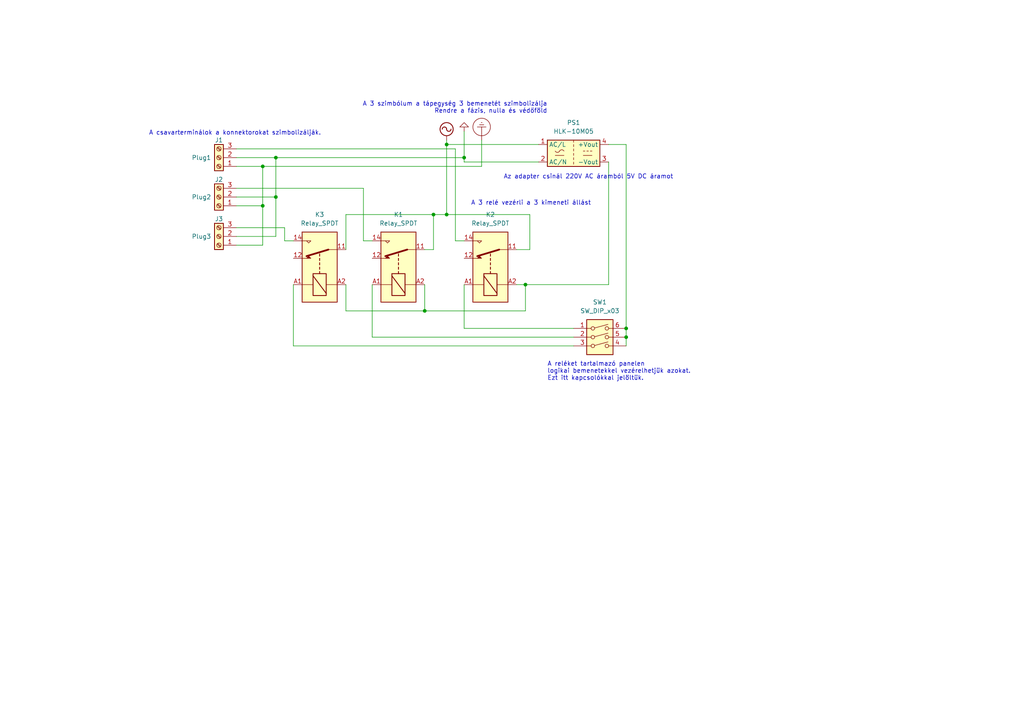
<source format=kicad_sch>
(kicad_sch (version 20230121) (generator eeschema)

  (uuid 120ca232-22ff-4140-84fa-812d173e4cb6)

  (paper "A4")

  (lib_symbols
    (symbol "Connector:Screw_Terminal_01x03" (pin_names (offset 1.016) hide) (in_bom yes) (on_board yes)
      (property "Reference" "J" (at 0 5.08 0)
        (effects (font (size 1.27 1.27)))
      )
      (property "Value" "Screw_Terminal_01x03" (at 0 -5.08 0)
        (effects (font (size 1.27 1.27)))
      )
      (property "Footprint" "" (at 0 0 0)
        (effects (font (size 1.27 1.27)) hide)
      )
      (property "Datasheet" "~" (at 0 0 0)
        (effects (font (size 1.27 1.27)) hide)
      )
      (property "ki_keywords" "screw terminal" (at 0 0 0)
        (effects (font (size 1.27 1.27)) hide)
      )
      (property "ki_description" "Generic screw terminal, single row, 01x03, script generated (kicad-library-utils/schlib/autogen/connector/)" (at 0 0 0)
        (effects (font (size 1.27 1.27)) hide)
      )
      (property "ki_fp_filters" "TerminalBlock*:*" (at 0 0 0)
        (effects (font (size 1.27 1.27)) hide)
      )
      (symbol "Screw_Terminal_01x03_1_1"
        (rectangle (start -1.27 3.81) (end 1.27 -3.81)
          (stroke (width 0.254) (type default))
          (fill (type background))
        )
        (circle (center 0 -2.54) (radius 0.635)
          (stroke (width 0.1524) (type default))
          (fill (type none))
        )
        (polyline
          (pts
            (xy -0.5334 -2.2098)
            (xy 0.3302 -3.048)
          )
          (stroke (width 0.1524) (type default))
          (fill (type none))
        )
        (polyline
          (pts
            (xy -0.5334 0.3302)
            (xy 0.3302 -0.508)
          )
          (stroke (width 0.1524) (type default))
          (fill (type none))
        )
        (polyline
          (pts
            (xy -0.5334 2.8702)
            (xy 0.3302 2.032)
          )
          (stroke (width 0.1524) (type default))
          (fill (type none))
        )
        (polyline
          (pts
            (xy -0.3556 -2.032)
            (xy 0.508 -2.8702)
          )
          (stroke (width 0.1524) (type default))
          (fill (type none))
        )
        (polyline
          (pts
            (xy -0.3556 0.508)
            (xy 0.508 -0.3302)
          )
          (stroke (width 0.1524) (type default))
          (fill (type none))
        )
        (polyline
          (pts
            (xy -0.3556 3.048)
            (xy 0.508 2.2098)
          )
          (stroke (width 0.1524) (type default))
          (fill (type none))
        )
        (circle (center 0 0) (radius 0.635)
          (stroke (width 0.1524) (type default))
          (fill (type none))
        )
        (circle (center 0 2.54) (radius 0.635)
          (stroke (width 0.1524) (type default))
          (fill (type none))
        )
        (pin passive line (at -5.08 2.54 0) (length 3.81)
          (name "Pin_1" (effects (font (size 1.27 1.27))))
          (number "1" (effects (font (size 1.27 1.27))))
        )
        (pin passive line (at -5.08 0 0) (length 3.81)
          (name "Pin_2" (effects (font (size 1.27 1.27))))
          (number "2" (effects (font (size 1.27 1.27))))
        )
        (pin passive line (at -5.08 -2.54 0) (length 3.81)
          (name "Pin_3" (effects (font (size 1.27 1.27))))
          (number "3" (effects (font (size 1.27 1.27))))
        )
      )
    )
    (symbol "Converter_ACDC:HLK-10M05" (in_bom yes) (on_board yes)
      (property "Reference" "PS" (at 0 5.08 0)
        (effects (font (size 1.27 1.27)))
      )
      (property "Value" "HLK-10M05" (at 0 -5.08 0)
        (effects (font (size 1.27 1.27)))
      )
      (property "Footprint" "Converter_ACDC:Converter_ACDC_HiLink_HLK-10Mxx" (at 0 -6.985 0)
        (effects (font (size 1.27 1.27)) hide)
      )
      (property "Datasheet" "http://h.hlktech.com/download/ACDC%E7%94%B5%E6%BA%90%E6%A8%A1%E5%9D%9710W%E7%B3%BB%E5%88%97/1/%E6%B5%B7%E5%87%8C%E7%A7%9110W%E7%B3%BB%E5%88%97%E7%94%B5%E6%BA%90%E6%A8%A1%E5%9D%97%E8%A7%84%E6%A0%BC%E4%B9%A6V1.8.pdf" (at 0 -8.89 0)
        (effects (font (size 1.27 1.27)) hide)
      )
      (property "ki_keywords" "AC/DC module power supply" (at 0 0 0)
        (effects (font (size 1.27 1.27)) hide)
      )
      (property "ki_description" "Compact AC/DC board mount power module 10W 5V" (at 0 0 0)
        (effects (font (size 1.27 1.27)) hide)
      )
      (property "ki_fp_filters" "Converter*ACDC*HiLink*HLK?10M*" (at 0 0 0)
        (effects (font (size 1.27 1.27)) hide)
      )
      (symbol "HLK-10M05_0_1"
        (rectangle (start -7.62 3.81) (end 7.62 -3.81)
          (stroke (width 0.254) (type default))
          (fill (type background))
        )
        (arc (start -5.334 0.635) (mid -4.699 0.2495) (end -4.064 0.635)
          (stroke (width 0) (type default))
          (fill (type none))
        )
        (arc (start -2.794 0.635) (mid -3.429 1.0072) (end -4.064 0.635)
          (stroke (width 0) (type default))
          (fill (type none))
        )
        (polyline
          (pts
            (xy -5.334 -0.635)
            (xy -2.794 -0.635)
          )
          (stroke (width 0) (type default))
          (fill (type none))
        )
        (polyline
          (pts
            (xy 0 -2.54)
            (xy 0 -3.175)
          )
          (stroke (width 0) (type default))
          (fill (type none))
        )
        (polyline
          (pts
            (xy 0 -1.27)
            (xy 0 -1.905)
          )
          (stroke (width 0) (type default))
          (fill (type none))
        )
        (polyline
          (pts
            (xy 0 0)
            (xy 0 -0.635)
          )
          (stroke (width 0) (type default))
          (fill (type none))
        )
        (polyline
          (pts
            (xy 0 1.27)
            (xy 0 0.635)
          )
          (stroke (width 0) (type default))
          (fill (type none))
        )
        (polyline
          (pts
            (xy 0 2.54)
            (xy 0 1.905)
          )
          (stroke (width 0) (type default))
          (fill (type none))
        )
        (polyline
          (pts
            (xy 0 3.81)
            (xy 0 3.175)
          )
          (stroke (width 0) (type default))
          (fill (type none))
        )
        (polyline
          (pts
            (xy 2.794 -0.635)
            (xy 5.334 -0.635)
          )
          (stroke (width 0) (type default))
          (fill (type none))
        )
        (polyline
          (pts
            (xy 2.794 0.635)
            (xy 3.302 0.635)
          )
          (stroke (width 0) (type default))
          (fill (type none))
        )
        (polyline
          (pts
            (xy 3.81 0.635)
            (xy 4.318 0.635)
          )
          (stroke (width 0) (type default))
          (fill (type none))
        )
        (polyline
          (pts
            (xy 4.826 0.635)
            (xy 5.334 0.635)
          )
          (stroke (width 0) (type default))
          (fill (type none))
        )
      )
      (symbol "HLK-10M05_1_1"
        (pin power_in line (at -10.16 2.54 0) (length 2.54)
          (name "AC/L" (effects (font (size 1.27 1.27))))
          (number "1" (effects (font (size 1.27 1.27))))
        )
        (pin power_in line (at -10.16 -2.54 0) (length 2.54)
          (name "AC/N" (effects (font (size 1.27 1.27))))
          (number "2" (effects (font (size 1.27 1.27))))
        )
        (pin power_out line (at 10.16 -2.54 180) (length 2.54)
          (name "-Vout" (effects (font (size 1.27 1.27))))
          (number "3" (effects (font (size 1.27 1.27))))
        )
        (pin power_out line (at 10.16 2.54 180) (length 2.54)
          (name "+Vout" (effects (font (size 1.27 1.27))))
          (number "4" (effects (font (size 1.27 1.27))))
        )
      )
    )
    (symbol "Relay:Relay_SPDT" (in_bom yes) (on_board yes)
      (property "Reference" "K" (at 11.43 3.81 0)
        (effects (font (size 1.27 1.27)) (justify left))
      )
      (property "Value" "Relay_SPDT" (at 11.43 1.27 0)
        (effects (font (size 1.27 1.27)) (justify left))
      )
      (property "Footprint" "" (at 11.43 -1.27 0)
        (effects (font (size 1.27 1.27)) (justify left) hide)
      )
      (property "Datasheet" "~" (at 0 0 0)
        (effects (font (size 1.27 1.27)) hide)
      )
      (property "ki_keywords" "Single Pole Relay SPDT" (at 0 0 0)
        (effects (font (size 1.27 1.27)) hide)
      )
      (property "ki_description" "Monostable Relay SPDT, EN50005" (at 0 0 0)
        (effects (font (size 1.27 1.27)) hide)
      )
      (property "ki_fp_filters" "Relay?SPDT*" (at 0 0 0)
        (effects (font (size 1.27 1.27)) hide)
      )
      (symbol "Relay_SPDT_0_0"
        (polyline
          (pts
            (xy 7.62 5.08)
            (xy 7.62 2.54)
            (xy 6.985 3.175)
            (xy 7.62 3.81)
          )
          (stroke (width 0) (type default))
          (fill (type none))
        )
      )
      (symbol "Relay_SPDT_0_1"
        (rectangle (start -10.16 5.08) (end 10.16 -5.08)
          (stroke (width 0.254) (type default))
          (fill (type background))
        )
        (rectangle (start -8.255 1.905) (end -1.905 -1.905)
          (stroke (width 0.254) (type default))
          (fill (type none))
        )
        (polyline
          (pts
            (xy -7.62 -1.905)
            (xy -2.54 1.905)
          )
          (stroke (width 0.254) (type default))
          (fill (type none))
        )
        (polyline
          (pts
            (xy -5.08 -5.08)
            (xy -5.08 -1.905)
          )
          (stroke (width 0) (type default))
          (fill (type none))
        )
        (polyline
          (pts
            (xy -5.08 5.08)
            (xy -5.08 1.905)
          )
          (stroke (width 0) (type default))
          (fill (type none))
        )
        (polyline
          (pts
            (xy -1.905 0)
            (xy -1.27 0)
          )
          (stroke (width 0.254) (type default))
          (fill (type none))
        )
        (polyline
          (pts
            (xy -0.635 0)
            (xy 0 0)
          )
          (stroke (width 0.254) (type default))
          (fill (type none))
        )
        (polyline
          (pts
            (xy 0.635 0)
            (xy 1.27 0)
          )
          (stroke (width 0.254) (type default))
          (fill (type none))
        )
        (polyline
          (pts
            (xy 1.905 0)
            (xy 2.54 0)
          )
          (stroke (width 0.254) (type default))
          (fill (type none))
        )
        (polyline
          (pts
            (xy 3.175 0)
            (xy 3.81 0)
          )
          (stroke (width 0.254) (type default))
          (fill (type none))
        )
        (polyline
          (pts
            (xy 5.08 -2.54)
            (xy 3.175 3.81)
          )
          (stroke (width 0.508) (type default))
          (fill (type none))
        )
        (polyline
          (pts
            (xy 5.08 -2.54)
            (xy 5.08 -5.08)
          )
          (stroke (width 0) (type default))
          (fill (type none))
        )
        (polyline
          (pts
            (xy 2.54 5.08)
            (xy 2.54 2.54)
            (xy 3.175 3.175)
            (xy 2.54 3.81)
          )
          (stroke (width 0) (type default))
          (fill (type outline))
        )
      )
      (symbol "Relay_SPDT_1_1"
        (pin passive line (at 5.08 -7.62 90) (length 2.54)
          (name "~" (effects (font (size 1.27 1.27))))
          (number "11" (effects (font (size 1.27 1.27))))
        )
        (pin passive line (at 2.54 7.62 270) (length 2.54)
          (name "~" (effects (font (size 1.27 1.27))))
          (number "12" (effects (font (size 1.27 1.27))))
        )
        (pin passive line (at 7.62 7.62 270) (length 2.54)
          (name "~" (effects (font (size 1.27 1.27))))
          (number "14" (effects (font (size 1.27 1.27))))
        )
        (pin passive line (at -5.08 7.62 270) (length 2.54)
          (name "~" (effects (font (size 1.27 1.27))))
          (number "A1" (effects (font (size 1.27 1.27))))
        )
        (pin passive line (at -5.08 -7.62 90) (length 2.54)
          (name "~" (effects (font (size 1.27 1.27))))
          (number "A2" (effects (font (size 1.27 1.27))))
        )
      )
    )
    (symbol "Switch:SW_DIP_x03" (pin_names (offset 0) hide) (in_bom yes) (on_board yes)
      (property "Reference" "SW" (at 0 8.89 0)
        (effects (font (size 1.27 1.27)))
      )
      (property "Value" "SW_DIP_x03" (at 0 -3.81 0)
        (effects (font (size 1.27 1.27)))
      )
      (property "Footprint" "" (at 0 0 0)
        (effects (font (size 1.27 1.27)) hide)
      )
      (property "Datasheet" "~" (at 0 0 0)
        (effects (font (size 1.27 1.27)) hide)
      )
      (property "ki_keywords" "dip switch" (at 0 0 0)
        (effects (font (size 1.27 1.27)) hide)
      )
      (property "ki_description" "3x DIP Switch, Single Pole Single Throw (SPST) switch, small symbol" (at 0 0 0)
        (effects (font (size 1.27 1.27)) hide)
      )
      (property "ki_fp_filters" "SW?DIP?x3*" (at 0 0 0)
        (effects (font (size 1.27 1.27)) hide)
      )
      (symbol "SW_DIP_x03_0_0"
        (circle (center -2.032 0) (radius 0.508)
          (stroke (width 0) (type default))
          (fill (type none))
        )
        (circle (center -2.032 2.54) (radius 0.508)
          (stroke (width 0) (type default))
          (fill (type none))
        )
        (circle (center -2.032 5.08) (radius 0.508)
          (stroke (width 0) (type default))
          (fill (type none))
        )
        (polyline
          (pts
            (xy -1.524 0.127)
            (xy 2.3622 1.1684)
          )
          (stroke (width 0) (type default))
          (fill (type none))
        )
        (polyline
          (pts
            (xy -1.524 2.667)
            (xy 2.3622 3.7084)
          )
          (stroke (width 0) (type default))
          (fill (type none))
        )
        (polyline
          (pts
            (xy -1.524 5.207)
            (xy 2.3622 6.2484)
          )
          (stroke (width 0) (type default))
          (fill (type none))
        )
        (circle (center 2.032 0) (radius 0.508)
          (stroke (width 0) (type default))
          (fill (type none))
        )
        (circle (center 2.032 2.54) (radius 0.508)
          (stroke (width 0) (type default))
          (fill (type none))
        )
        (circle (center 2.032 5.08) (radius 0.508)
          (stroke (width 0) (type default))
          (fill (type none))
        )
      )
      (symbol "SW_DIP_x03_0_1"
        (rectangle (start -3.81 7.62) (end 3.81 -2.54)
          (stroke (width 0.254) (type default))
          (fill (type background))
        )
      )
      (symbol "SW_DIP_x03_1_1"
        (pin passive line (at -7.62 5.08 0) (length 5.08)
          (name "~" (effects (font (size 1.27 1.27))))
          (number "1" (effects (font (size 1.27 1.27))))
        )
        (pin passive line (at -7.62 2.54 0) (length 5.08)
          (name "~" (effects (font (size 1.27 1.27))))
          (number "2" (effects (font (size 1.27 1.27))))
        )
        (pin passive line (at -7.62 0 0) (length 5.08)
          (name "~" (effects (font (size 1.27 1.27))))
          (number "3" (effects (font (size 1.27 1.27))))
        )
        (pin passive line (at 7.62 0 180) (length 5.08)
          (name "~" (effects (font (size 1.27 1.27))))
          (number "4" (effects (font (size 1.27 1.27))))
        )
        (pin passive line (at 7.62 2.54 180) (length 5.08)
          (name "~" (effects (font (size 1.27 1.27))))
          (number "5" (effects (font (size 1.27 1.27))))
        )
        (pin passive line (at 7.62 5.08 180) (length 5.08)
          (name "~" (effects (font (size 1.27 1.27))))
          (number "6" (effects (font (size 1.27 1.27))))
        )
      )
    )
    (symbol "power:AC" (power) (pin_names (offset 0)) (in_bom yes) (on_board yes)
      (property "Reference" "#PWR" (at 0 -2.54 0)
        (effects (font (size 1.27 1.27)) hide)
      )
      (property "Value" "AC" (at 0 6.35 0)
        (effects (font (size 1.27 1.27)))
      )
      (property "Footprint" "" (at 0 0 0)
        (effects (font (size 1.27 1.27)) hide)
      )
      (property "Datasheet" "" (at 0 0 0)
        (effects (font (size 1.27 1.27)) hide)
      )
      (property "ki_keywords" "global power" (at 0 0 0)
        (effects (font (size 1.27 1.27)) hide)
      )
      (property "ki_description" "Power symbol creates a global label with name \"AC\"" (at 0 0 0)
        (effects (font (size 1.27 1.27)) hide)
      )
      (symbol "AC_0_1"
        (polyline
          (pts
            (xy 0 0)
            (xy 0 1.27)
          )
          (stroke (width 0) (type default))
          (fill (type none))
        )
        (arc (start 0 3.175) (mid -0.635 3.8073) (end -1.27 3.175)
          (stroke (width 0.254) (type default))
          (fill (type none))
        )
        (arc (start 0 3.175) (mid 0.635 2.5427) (end 1.27 3.175)
          (stroke (width 0.254) (type default))
          (fill (type none))
        )
        (circle (center 0 3.175) (radius 1.905)
          (stroke (width 0.254) (type default))
          (fill (type none))
        )
      )
      (symbol "AC_1_1"
        (pin power_in line (at 0 0 90) (length 0) hide
          (name "AC" (effects (font (size 1.27 1.27))))
          (number "1" (effects (font (size 1.27 1.27))))
        )
      )
    )
    (symbol "power:Earth_Protective" (power) (pin_names (offset 0)) (in_bom yes) (on_board yes)
      (property "Reference" "#PWR" (at 6.35 -6.35 0)
        (effects (font (size 1.27 1.27)) hide)
      )
      (property "Value" "Earth_Protective" (at 11.43 -3.81 0)
        (effects (font (size 1.27 1.27)) hide)
      )
      (property "Footprint" "" (at 0 -2.54 0)
        (effects (font (size 1.27 1.27)) hide)
      )
      (property "Datasheet" "~" (at 0 -2.54 0)
        (effects (font (size 1.27 1.27)) hide)
      )
      (property "ki_keywords" "global ground gnd clean" (at 0 0 0)
        (effects (font (size 1.27 1.27)) hide)
      )
      (property "ki_description" "Power symbol creates a global label with name \"Earth_Protective\"" (at 0 0 0)
        (effects (font (size 1.27 1.27)) hide)
      )
      (symbol "Earth_Protective_0_1"
        (circle (center 0 -3.81) (radius 2.54)
          (stroke (width 0) (type default))
          (fill (type none))
        )
        (polyline
          (pts
            (xy -0.635 -4.445)
            (xy 0.635 -4.445)
          )
          (stroke (width 0) (type default))
          (fill (type none))
        )
        (polyline
          (pts
            (xy -0.127 -5.08)
            (xy 0.127 -5.08)
          )
          (stroke (width 0) (type default))
          (fill (type none))
        )
        (polyline
          (pts
            (xy 0 -3.81)
            (xy 0 0)
          )
          (stroke (width 0) (type default))
          (fill (type none))
        )
        (polyline
          (pts
            (xy 1.27 -3.81)
            (xy -1.27 -3.81)
          )
          (stroke (width 0) (type default))
          (fill (type none))
        )
      )
      (symbol "Earth_Protective_1_1"
        (pin power_in line (at 0 0 270) (length 0) hide
          (name "Earth_Protective" (effects (font (size 1.27 1.27))))
          (number "1" (effects (font (size 1.27 1.27))))
        )
      )
    )
    (symbol "power:GND" (power) (pin_names (offset 0)) (in_bom yes) (on_board yes)
      (property "Reference" "#PWR" (at 0 -6.35 0)
        (effects (font (size 1.27 1.27)) hide)
      )
      (property "Value" "GND" (at 0 -3.81 0)
        (effects (font (size 1.27 1.27)))
      )
      (property "Footprint" "" (at 0 0 0)
        (effects (font (size 1.27 1.27)) hide)
      )
      (property "Datasheet" "" (at 0 0 0)
        (effects (font (size 1.27 1.27)) hide)
      )
      (property "ki_keywords" "global power" (at 0 0 0)
        (effects (font (size 1.27 1.27)) hide)
      )
      (property "ki_description" "Power symbol creates a global label with name \"GND\" , ground" (at 0 0 0)
        (effects (font (size 1.27 1.27)) hide)
      )
      (symbol "GND_0_1"
        (polyline
          (pts
            (xy 0 0)
            (xy 0 -1.27)
            (xy 1.27 -1.27)
            (xy 0 -2.54)
            (xy -1.27 -1.27)
            (xy 0 -1.27)
          )
          (stroke (width 0) (type default))
          (fill (type none))
        )
      )
      (symbol "GND_1_1"
        (pin power_in line (at 0 0 270) (length 0) hide
          (name "GND" (effects (font (size 1.27 1.27))))
          (number "1" (effects (font (size 1.27 1.27))))
        )
      )
    )
  )

  (junction (at 181.61 97.79) (diameter 0) (color 0 0 0 0)
    (uuid 1882cbe2-4eaa-4af2-adf0-5f2d63055113)
  )
  (junction (at 76.2 48.26) (diameter 0) (color 0 0 0 0)
    (uuid 4f81ddb6-43ca-4e44-beb8-e536d6c7ef54)
  )
  (junction (at 129.54 41.91) (diameter 0) (color 0 0 0 0)
    (uuid 55e36197-a299-4de8-8b4b-15af98941b5c)
  )
  (junction (at 152.4 82.55) (diameter 0) (color 0 0 0 0)
    (uuid 708cef23-22aa-41ec-bdc5-1ad2f4691cae)
  )
  (junction (at 123.19 90.17) (diameter 0) (color 0 0 0 0)
    (uuid 8d5a911b-4eeb-46e7-a708-7f6813870c03)
  )
  (junction (at 125.73 62.23) (diameter 0) (color 0 0 0 0)
    (uuid 93286c1c-87ce-48a5-b36a-e9422712ec7d)
  )
  (junction (at 76.2 59.69) (diameter 0) (color 0 0 0 0)
    (uuid 96ccf712-ae8e-4bd4-aeab-55b14c206bdd)
  )
  (junction (at 181.61 95.25) (diameter 0) (color 0 0 0 0)
    (uuid 99979e8c-cc8d-4bc7-abc9-faf1959cc919)
  )
  (junction (at 80.01 57.15) (diameter 0) (color 0 0 0 0)
    (uuid a9d9c07c-8f52-4b48-830a-1ec8eb651a93)
  )
  (junction (at 80.01 45.72) (diameter 0) (color 0 0 0 0)
    (uuid bbb0a231-c1b7-491e-a49f-ec16e6f294ac)
  )
  (junction (at 129.54 62.23) (diameter 0) (color 0 0 0 0)
    (uuid bc2cdc08-2693-43a6-b661-97c7fa956289)
  )
  (junction (at 134.62 45.72) (diameter 0) (color 0 0 0 0)
    (uuid c933d5c5-64cc-4fa4-8b8b-24c41981bcdc)
  )

  (wire (pts (xy 132.08 69.85) (xy 132.08 43.18))
    (stroke (width 0) (type default))
    (uuid 074bdb1c-7b46-4887-a01e-96e3ce982d59)
  )
  (wire (pts (xy 85.09 100.33) (xy 85.09 82.55))
    (stroke (width 0) (type default))
    (uuid 1578093c-01b9-466b-aa5b-e6b5fd81acde)
  )
  (wire (pts (xy 105.41 69.85) (xy 105.41 54.61))
    (stroke (width 0) (type default))
    (uuid 16409c58-9aae-4322-8fd3-55546a4a5955)
  )
  (wire (pts (xy 152.4 90.17) (xy 152.4 82.55))
    (stroke (width 0) (type default))
    (uuid 1f0d62d2-e0b4-42d1-8104-9b9df0d6e44a)
  )
  (wire (pts (xy 132.08 69.85) (xy 134.62 69.85))
    (stroke (width 0) (type default))
    (uuid 1f9472ca-7186-42a9-8b7d-126bd354112c)
  )
  (wire (pts (xy 176.53 82.55) (xy 152.4 82.55))
    (stroke (width 0) (type default))
    (uuid 1f985544-0a46-4e02-b166-d9b759b5a226)
  )
  (wire (pts (xy 129.54 40.64) (xy 129.54 41.91))
    (stroke (width 0) (type default))
    (uuid 25d2d4b0-ee29-49ee-ad07-9c32a1e762d7)
  )
  (wire (pts (xy 82.55 66.04) (xy 68.58 66.04))
    (stroke (width 0) (type default))
    (uuid 2c2a3c5b-26ec-40a8-9554-2a2311bf4e50)
  )
  (wire (pts (xy 166.37 100.33) (xy 85.09 100.33))
    (stroke (width 0) (type default))
    (uuid 34224009-ada1-4d9e-9642-15f19f6cf02e)
  )
  (wire (pts (xy 134.62 38.1) (xy 134.62 45.72))
    (stroke (width 0) (type default))
    (uuid 350e58fa-80dd-4da1-b7d2-9bf0ce943683)
  )
  (wire (pts (xy 181.61 95.25) (xy 181.61 97.79))
    (stroke (width 0) (type default))
    (uuid 38422fff-4bed-485c-8096-f2bb7cd9e152)
  )
  (wire (pts (xy 176.53 41.91) (xy 181.61 41.91))
    (stroke (width 0) (type default))
    (uuid 39d93686-0333-4c3c-9c09-7ff389008bba)
  )
  (wire (pts (xy 123.19 82.55) (xy 123.19 90.17))
    (stroke (width 0) (type default))
    (uuid 4425b466-5645-4c22-b8ec-1f8626b71195)
  )
  (wire (pts (xy 152.4 82.55) (xy 149.86 82.55))
    (stroke (width 0) (type default))
    (uuid 51294aae-2ec0-49dd-9656-f62a7dcad0b6)
  )
  (wire (pts (xy 125.73 72.39) (xy 125.73 62.23))
    (stroke (width 0) (type default))
    (uuid 51ef9def-f33e-4319-915c-c5c2b496f48c)
  )
  (wire (pts (xy 156.21 46.99) (xy 134.62 46.99))
    (stroke (width 0) (type default))
    (uuid 5765f2ab-ce68-4530-aa5e-6c03e23ec228)
  )
  (wire (pts (xy 105.41 69.85) (xy 107.95 69.85))
    (stroke (width 0) (type default))
    (uuid 5b119339-dae9-4f53-9c06-8109057912e8)
  )
  (wire (pts (xy 76.2 59.69) (xy 76.2 48.26))
    (stroke (width 0) (type default))
    (uuid 5bfd638b-a700-4370-b59d-d4aed1cf9998)
  )
  (wire (pts (xy 129.54 41.91) (xy 129.54 62.23))
    (stroke (width 0) (type default))
    (uuid 6098d782-9bd2-4111-9115-4c10e8060e91)
  )
  (wire (pts (xy 82.55 69.85) (xy 82.55 66.04))
    (stroke (width 0) (type default))
    (uuid 69118e6e-4a4a-4297-bad2-5d175ab46c41)
  )
  (wire (pts (xy 68.58 57.15) (xy 80.01 57.15))
    (stroke (width 0) (type default))
    (uuid 6b4b7024-9bb9-4e29-93b7-1cf9336bc1f6)
  )
  (wire (pts (xy 153.67 62.23) (xy 153.67 72.39))
    (stroke (width 0) (type default))
    (uuid 72d820a2-3d46-4195-a4ae-3e80a5fc7a5a)
  )
  (wire (pts (xy 82.55 69.85) (xy 85.09 69.85))
    (stroke (width 0) (type default))
    (uuid 72e73dc3-5a94-4472-9ee7-267930058c98)
  )
  (wire (pts (xy 100.33 82.55) (xy 100.33 90.17))
    (stroke (width 0) (type default))
    (uuid 739b90c7-920e-4ee4-ab54-0f05a8728c02)
  )
  (wire (pts (xy 166.37 97.79) (xy 107.95 97.79))
    (stroke (width 0) (type default))
    (uuid 7500ffeb-4235-4292-b837-8150330df689)
  )
  (wire (pts (xy 139.7 48.26) (xy 76.2 48.26))
    (stroke (width 0) (type default))
    (uuid 76a6a487-36ea-455c-bbf0-1ce5425066de)
  )
  (wire (pts (xy 100.33 90.17) (xy 123.19 90.17))
    (stroke (width 0) (type default))
    (uuid 77d8b463-57ee-4fff-a062-730e6aca7004)
  )
  (wire (pts (xy 100.33 62.23) (xy 125.73 62.23))
    (stroke (width 0) (type default))
    (uuid 7e57670f-9b84-4958-94e2-ef1833fccf13)
  )
  (wire (pts (xy 181.61 97.79) (xy 181.61 100.33))
    (stroke (width 0) (type default))
    (uuid 83dcdbe2-7c85-4de9-af81-8a134f7652e1)
  )
  (wire (pts (xy 76.2 48.26) (xy 68.58 48.26))
    (stroke (width 0) (type default))
    (uuid 85a017cf-9b0b-4f8a-8ffe-fac1ec6aa525)
  )
  (wire (pts (xy 68.58 59.69) (xy 76.2 59.69))
    (stroke (width 0) (type default))
    (uuid 88129ca4-168a-4158-8d36-d58dcacb0d20)
  )
  (wire (pts (xy 80.01 57.15) (xy 80.01 45.72))
    (stroke (width 0) (type default))
    (uuid 89fae97b-02a0-456e-8003-f61fa391ccd5)
  )
  (wire (pts (xy 125.73 62.23) (xy 129.54 62.23))
    (stroke (width 0) (type default))
    (uuid 8fe05f08-9ac7-473f-97e3-76f8cc0ea142)
  )
  (wire (pts (xy 129.54 41.91) (xy 156.21 41.91))
    (stroke (width 0) (type default))
    (uuid 9628c8e9-4e9c-43af-98e0-2fb389d176a9)
  )
  (wire (pts (xy 123.19 90.17) (xy 152.4 90.17))
    (stroke (width 0) (type default))
    (uuid 9ba86034-c8cc-44ba-ae30-acb98bb0e949)
  )
  (wire (pts (xy 139.7 40.64) (xy 139.7 48.26))
    (stroke (width 0) (type default))
    (uuid a19e5264-8ac4-4fc2-8609-4ac58e0da433)
  )
  (wire (pts (xy 100.33 72.39) (xy 100.33 62.23))
    (stroke (width 0) (type default))
    (uuid b462539e-5d63-4793-b4f5-d38765c413c5)
  )
  (wire (pts (xy 176.53 46.99) (xy 176.53 82.55))
    (stroke (width 0) (type default))
    (uuid b4c0d020-8ea2-4a3c-9136-9e534d180c93)
  )
  (wire (pts (xy 68.58 68.58) (xy 80.01 68.58))
    (stroke (width 0) (type default))
    (uuid b5a55f5d-7856-4a73-be07-6c51e440b32e)
  )
  (wire (pts (xy 153.67 72.39) (xy 149.86 72.39))
    (stroke (width 0) (type default))
    (uuid b91f4291-4506-4540-a242-3cd802ae143c)
  )
  (wire (pts (xy 134.62 95.25) (xy 134.62 82.55))
    (stroke (width 0) (type default))
    (uuid bc000215-e580-4ffa-ab89-c88fc365103b)
  )
  (wire (pts (xy 181.61 41.91) (xy 181.61 95.25))
    (stroke (width 0) (type default))
    (uuid bc577dae-cbc1-4320-aed8-3cfde220e650)
  )
  (wire (pts (xy 166.37 95.25) (xy 134.62 95.25))
    (stroke (width 0) (type default))
    (uuid befd726f-8d31-4c9d-bb6f-9186d0c78976)
  )
  (wire (pts (xy 105.41 54.61) (xy 68.58 54.61))
    (stroke (width 0) (type default))
    (uuid c00c5815-c0e3-449f-b77c-fde43bfdd962)
  )
  (wire (pts (xy 80.01 45.72) (xy 68.58 45.72))
    (stroke (width 0) (type default))
    (uuid c19a8fa9-66d9-4c8d-9cdc-e7675d85801b)
  )
  (wire (pts (xy 134.62 45.72) (xy 80.01 45.72))
    (stroke (width 0) (type default))
    (uuid c96332cc-377b-4af0-a086-048f619fd4ca)
  )
  (wire (pts (xy 107.95 97.79) (xy 107.95 82.55))
    (stroke (width 0) (type default))
    (uuid c97de8f0-1c71-48e4-8887-b452c2545f2a)
  )
  (wire (pts (xy 132.08 43.18) (xy 68.58 43.18))
    (stroke (width 0) (type default))
    (uuid ca274657-7105-4d0e-ae74-a8cef469a3fa)
  )
  (wire (pts (xy 80.01 68.58) (xy 80.01 57.15))
    (stroke (width 0) (type default))
    (uuid cb4e3065-69dc-4722-b092-5d34a9cb1eb2)
  )
  (wire (pts (xy 68.58 71.12) (xy 76.2 71.12))
    (stroke (width 0) (type default))
    (uuid d4c3d256-d4af-4316-adeb-c6059beca913)
  )
  (wire (pts (xy 76.2 71.12) (xy 76.2 59.69))
    (stroke (width 0) (type default))
    (uuid d6db807a-f13b-4e22-a943-cb2c07f479d8)
  )
  (wire (pts (xy 129.54 62.23) (xy 153.67 62.23))
    (stroke (width 0) (type default))
    (uuid e2fb10fd-b475-4d6e-8111-77dfed22c8ff)
  )
  (wire (pts (xy 125.73 72.39) (xy 123.19 72.39))
    (stroke (width 0) (type default))
    (uuid e31aa268-07d1-48c7-a76a-f6bd1c1f351e)
  )
  (wire (pts (xy 134.62 46.99) (xy 134.62 45.72))
    (stroke (width 0) (type default))
    (uuid fe1fd88a-e4d0-41ce-814a-86926239575c)
  )

  (text "Az adapter csinál 220V AC áramból 5V DC áramot" (at 146.05 52.07 0)
    (effects (font (size 1.27 1.27)) (justify left bottom))
    (uuid 10dcdffe-3a38-4cc4-b49d-59a13d489bad)
  )
  (text "A 3 relé vezérli a 3 kimeneti állást" (at 171.45 59.69 0)
    (effects (font (size 1.27 1.27)) (justify right bottom))
    (uuid 56ffdb2e-c0c3-4003-8fa5-d0542d88c7a3)
  )
  (text "A reléket tartalmazó panelen\nlogikai bemenetekkel vezérelhetjük azokat.\nEzt itt kapcsolókkal jelöltük."
    (at 158.75 110.49 0)
    (effects (font (size 1.27 1.27)) (justify left bottom))
    (uuid 6ad9d604-8bf8-4c3c-a017-ada97da1cbe9)
  )
  (text "A 3 szimbólum a tápegység 3 bemenetét szimbolizálja\nRendre a fázis, nulla és védőföld"
    (at 158.75 33.02 0)
    (effects (font (size 1.27 1.27)) (justify right bottom))
    (uuid be0079a2-22f3-4e13-a0d3-5e59b71c045d)
  )
  (text "A csavarterminálok a konnektorokat szimbolizálják."
    (at 43.18 39.37 0)
    (effects (font (size 1.27 1.27)) (justify left bottom))
    (uuid f4bc3fb9-a9f5-4cd4-98ff-0724a0eef40e)
  )

  (symbol (lib_id "Relay:Relay_SPDT") (at 142.24 77.47 90) (unit 1)
    (in_bom yes) (on_board yes) (dnp no) (fields_autoplaced)
    (uuid 1648e0d6-6d53-4703-912e-f06054bd14b3)
    (property "Reference" "K2" (at 142.24 62.23 90)
      (effects (font (size 1.27 1.27)))
    )
    (property "Value" "Relay_SPDT" (at 142.24 64.77 90)
      (effects (font (size 1.27 1.27)))
    )
    (property "Footprint" "" (at 143.51 66.04 0)
      (effects (font (size 1.27 1.27)) (justify left) hide)
    )
    (property "Datasheet" "~" (at 142.24 77.47 0)
      (effects (font (size 1.27 1.27)) hide)
    )
    (pin "11" (uuid b88cc93a-f32c-41d3-a5c8-b7e1dbfceed6))
    (pin "12" (uuid ddb1f1af-32cb-4e0d-92c7-35b9543afdb8))
    (pin "14" (uuid dcccf265-81e2-4a54-b7db-48c25628bde9))
    (pin "A1" (uuid 90be9951-f92f-43de-acf4-61a4e75dead7))
    (pin "A2" (uuid 9d463b8c-a611-41a1-b0b0-1d03d61b0d8a))
    (instances
      (project "RemoteQuarium_small_voltage_circuit"
        (path "/120ca232-22ff-4140-84fa-812d173e4cb6"
          (reference "K2") (unit 1)
        )
      )
    )
  )

  (symbol (lib_id "Relay:Relay_SPDT") (at 115.57 77.47 90) (unit 1)
    (in_bom yes) (on_board yes) (dnp no) (fields_autoplaced)
    (uuid 3a0dee40-e811-416d-ae94-125b485a413b)
    (property "Reference" "K1" (at 115.57 62.23 90)
      (effects (font (size 1.27 1.27)))
    )
    (property "Value" "Relay_SPDT" (at 115.57 64.77 90)
      (effects (font (size 1.27 1.27)))
    )
    (property "Footprint" "" (at 116.84 66.04 0)
      (effects (font (size 1.27 1.27)) (justify left) hide)
    )
    (property "Datasheet" "~" (at 115.57 77.47 0)
      (effects (font (size 1.27 1.27)) hide)
    )
    (pin "11" (uuid bc9fb4fe-f963-4bd2-8c10-fde8e64cec5c))
    (pin "12" (uuid 8dccf2e3-778a-43aa-b3c1-ba759811ae99))
    (pin "14" (uuid fc6031bf-c599-4fa0-88c4-d70c9fbdc077))
    (pin "A1" (uuid f9293f75-ccce-484a-b25e-37190e790b36))
    (pin "A2" (uuid 98f9f615-20dd-4ce9-9533-6c21a3e13524))
    (instances
      (project "RemoteQuarium_small_voltage_circuit"
        (path "/120ca232-22ff-4140-84fa-812d173e4cb6"
          (reference "K1") (unit 1)
        )
      )
    )
  )

  (symbol (lib_id "power:AC") (at 129.54 40.64 0) (unit 1)
    (in_bom yes) (on_board yes) (dnp no) (fields_autoplaced)
    (uuid 5be930e7-4868-4ae5-a1b6-1eea7fbc9e98)
    (property "Reference" "#PWR01" (at 129.54 43.18 0)
      (effects (font (size 1.27 1.27)) hide)
    )
    (property "Value" "AC" (at 129.54 33.02 0)
      (effects (font (size 1.27 1.27)) hide)
    )
    (property "Footprint" "" (at 129.54 40.64 0)
      (effects (font (size 1.27 1.27)) hide)
    )
    (property "Datasheet" "" (at 129.54 40.64 0)
      (effects (font (size 1.27 1.27)) hide)
    )
    (pin "1" (uuid 8b590492-7fe9-40b4-8a77-db74066d44a3))
    (instances
      (project "RemoteQuarium_small_voltage_circuit"
        (path "/120ca232-22ff-4140-84fa-812d173e4cb6"
          (reference "#PWR01") (unit 1)
        )
      )
    )
  )

  (symbol (lib_id "Switch:SW_DIP_x03") (at 173.99 100.33 0) (unit 1)
    (in_bom yes) (on_board yes) (dnp no) (fields_autoplaced)
    (uuid 701dc684-6597-48f0-9008-8e6aabdf24c1)
    (property "Reference" "SW1" (at 173.99 87.63 0)
      (effects (font (size 1.27 1.27)))
    )
    (property "Value" "SW_DIP_x03" (at 173.99 90.17 0)
      (effects (font (size 1.27 1.27)))
    )
    (property "Footprint" "" (at 173.99 100.33 0)
      (effects (font (size 1.27 1.27)) hide)
    )
    (property "Datasheet" "~" (at 173.99 100.33 0)
      (effects (font (size 1.27 1.27)) hide)
    )
    (pin "1" (uuid 71094f9a-88cd-4bcb-b688-294167daa68e))
    (pin "2" (uuid 64b6d91d-4671-4b49-b987-f852ddf5e88a))
    (pin "3" (uuid be7d1e9e-15ce-44aa-bf8b-5a0922e53d46))
    (pin "4" (uuid 36781ce3-5c85-454c-9e6b-97662bb24fd1))
    (pin "5" (uuid 45700931-5b10-4db7-991e-81a6b1eee5fe))
    (pin "6" (uuid e13cee12-e093-48ff-a72b-cc691bc31afc))
    (instances
      (project "RemoteQuarium_small_voltage_circuit"
        (path "/120ca232-22ff-4140-84fa-812d173e4cb6"
          (reference "SW1") (unit 1)
        )
      )
    )
  )

  (symbol (lib_id "power:GND") (at 134.62 38.1 180) (unit 1)
    (in_bom yes) (on_board yes) (dnp no) (fields_autoplaced)
    (uuid 77d6b7cf-29f5-4159-8fed-42a87c7f1bf9)
    (property "Reference" "#PWR02" (at 134.62 31.75 0)
      (effects (font (size 1.27 1.27)) hide)
    )
    (property "Value" "GND" (at 134.62 33.02 0)
      (effects (font (size 1.27 1.27)) hide)
    )
    (property "Footprint" "" (at 134.62 38.1 0)
      (effects (font (size 1.27 1.27)) hide)
    )
    (property "Datasheet" "" (at 134.62 38.1 0)
      (effects (font (size 1.27 1.27)) hide)
    )
    (pin "1" (uuid 9a907a49-3c54-4d0a-a8c7-3a2f3046f448))
    (instances
      (project "RemoteQuarium_small_voltage_circuit"
        (path "/120ca232-22ff-4140-84fa-812d173e4cb6"
          (reference "#PWR02") (unit 1)
        )
      )
    )
  )

  (symbol (lib_id "Converter_ACDC:HLK-10M05") (at 166.37 44.45 0) (unit 1)
    (in_bom yes) (on_board yes) (dnp no) (fields_autoplaced)
    (uuid 833174bf-5249-47ff-bc9f-dec150948224)
    (property "Reference" "PS1" (at 166.37 35.56 0)
      (effects (font (size 1.27 1.27)))
    )
    (property "Value" "HLK-10M05" (at 166.37 38.1 0)
      (effects (font (size 1.27 1.27)))
    )
    (property "Footprint" "Converter_ACDC:Converter_ACDC_HiLink_HLK-10Mxx" (at 166.37 51.435 0)
      (effects (font (size 1.27 1.27)) hide)
    )
    (property "Datasheet" "http://h.hlktech.com/download/ACDC%E7%94%B5%E6%BA%90%E6%A8%A1%E5%9D%9710W%E7%B3%BB%E5%88%97/1/%E6%B5%B7%E5%87%8C%E7%A7%9110W%E7%B3%BB%E5%88%97%E7%94%B5%E6%BA%90%E6%A8%A1%E5%9D%97%E8%A7%84%E6%A0%BC%E4%B9%A6V1.8.pdf" (at 166.37 53.34 0)
      (effects (font (size 1.27 1.27)) hide)
    )
    (pin "1" (uuid e7efda46-d9e8-474f-8952-0e7e6a927974))
    (pin "2" (uuid 044be57a-ab1b-4568-8448-f4e3405c3a77))
    (pin "3" (uuid ae039879-1199-4057-bc11-208e202ff91b))
    (pin "4" (uuid d62489c4-0944-44ed-a632-84c8639438cc))
    (instances
      (project "RemoteQuarium_small_voltage_circuit"
        (path "/120ca232-22ff-4140-84fa-812d173e4cb6"
          (reference "PS1") (unit 1)
        )
      )
    )
  )

  (symbol (lib_id "power:Earth_Protective") (at 139.7 40.64 180) (unit 1)
    (in_bom yes) (on_board yes) (dnp no) (fields_autoplaced)
    (uuid 83c16576-fed3-4b79-a3c6-704aa131af3e)
    (property "Reference" "#PWR05" (at 133.35 34.29 0)
      (effects (font (size 1.27 1.27)) hide)
    )
    (property "Value" "Earth_Protective" (at 128.27 36.83 0)
      (effects (font (size 1.27 1.27)) hide)
    )
    (property "Footprint" "" (at 139.7 38.1 0)
      (effects (font (size 1.27 1.27)) hide)
    )
    (property "Datasheet" "~" (at 139.7 38.1 0)
      (effects (font (size 1.27 1.27)) hide)
    )
    (pin "1" (uuid 859da289-2c09-4d88-8644-ef98607d4a11))
    (instances
      (project "RemoteQuarium_small_voltage_circuit"
        (path "/120ca232-22ff-4140-84fa-812d173e4cb6"
          (reference "#PWR05") (unit 1)
        )
      )
    )
  )

  (symbol (lib_id "Relay:Relay_SPDT") (at 92.71 77.47 90) (unit 1)
    (in_bom yes) (on_board yes) (dnp no) (fields_autoplaced)
    (uuid 94b39fcb-9296-48bd-ac3b-a93ca791730d)
    (property "Reference" "K3" (at 92.71 62.23 90)
      (effects (font (size 1.27 1.27)))
    )
    (property "Value" "Relay_SPDT" (at 92.71 64.77 90)
      (effects (font (size 1.27 1.27)))
    )
    (property "Footprint" "" (at 93.98 66.04 0)
      (effects (font (size 1.27 1.27)) (justify left) hide)
    )
    (property "Datasheet" "~" (at 92.71 77.47 0)
      (effects (font (size 1.27 1.27)) hide)
    )
    (pin "11" (uuid af03ec51-c51d-487a-9ecf-dc77b833de81))
    (pin "12" (uuid 3c842522-89d4-4bcc-95c9-265158078e5b))
    (pin "14" (uuid 2ac13277-5f2a-43e4-b0cb-03785f81d64a))
    (pin "A1" (uuid 8665b528-2311-4806-b798-2783b500ce51))
    (pin "A2" (uuid b349d210-7985-447c-9cb8-301efcb51c9d))
    (instances
      (project "RemoteQuarium_small_voltage_circuit"
        (path "/120ca232-22ff-4140-84fa-812d173e4cb6"
          (reference "K3") (unit 1)
        )
      )
    )
  )

  (symbol (lib_id "Connector:Screw_Terminal_01x03") (at 63.5 68.58 180) (unit 1)
    (in_bom yes) (on_board yes) (dnp no)
    (uuid a4293be5-887b-4748-aa83-234d18fb8a7c)
    (property "Reference" "J3" (at 63.5 63.5 0)
      (effects (font (size 1.27 1.27)))
    )
    (property "Value" "Plug3" (at 58.42 68.58 0)
      (effects (font (size 1.27 1.27)))
    )
    (property "Footprint" "" (at 63.5 68.58 0)
      (effects (font (size 1.27 1.27)) hide)
    )
    (property "Datasheet" "~" (at 63.5 68.58 0)
      (effects (font (size 1.27 1.27)) hide)
    )
    (pin "1" (uuid 3e240b07-933f-4eeb-8d9c-40e2c61200d1))
    (pin "2" (uuid c3f98c6e-ce28-4397-902e-7fa50485bafc))
    (pin "3" (uuid 5e0538bf-9c2e-447d-957b-e4cc53cb9f33))
    (instances
      (project "RemoteQuarium_small_voltage_circuit"
        (path "/120ca232-22ff-4140-84fa-812d173e4cb6"
          (reference "J3") (unit 1)
        )
      )
    )
  )

  (symbol (lib_id "Connector:Screw_Terminal_01x03") (at 63.5 57.15 180) (unit 1)
    (in_bom yes) (on_board yes) (dnp no)
    (uuid a8dd55c3-ab9a-413e-91ac-4cb2ba5260e9)
    (property "Reference" "J2" (at 63.5 52.07 0)
      (effects (font (size 1.27 1.27)))
    )
    (property "Value" "Plug2" (at 58.42 57.15 0)
      (effects (font (size 1.27 1.27)))
    )
    (property "Footprint" "" (at 63.5 57.15 0)
      (effects (font (size 1.27 1.27)) hide)
    )
    (property "Datasheet" "~" (at 63.5 57.15 0)
      (effects (font (size 1.27 1.27)) hide)
    )
    (pin "1" (uuid dc8620a4-31cd-45f8-be1f-3f7cb13da124))
    (pin "2" (uuid 2bd765df-8bc2-43ff-b717-18ea03e5333e))
    (pin "3" (uuid 8795dd93-93ce-416d-b532-c75d69beca25))
    (instances
      (project "RemoteQuarium_small_voltage_circuit"
        (path "/120ca232-22ff-4140-84fa-812d173e4cb6"
          (reference "J2") (unit 1)
        )
      )
    )
  )

  (symbol (lib_id "Connector:Screw_Terminal_01x03") (at 63.5 45.72 180) (unit 1)
    (in_bom yes) (on_board yes) (dnp no)
    (uuid f1cb91b3-f030-48a6-aa82-3b6ca47eec81)
    (property "Reference" "J1" (at 63.5 40.64 0)
      (effects (font (size 1.27 1.27)))
    )
    (property "Value" "Plug1" (at 58.42 45.72 0)
      (effects (font (size 1.27 1.27)))
    )
    (property "Footprint" "" (at 63.5 45.72 0)
      (effects (font (size 1.27 1.27)) hide)
    )
    (property "Datasheet" "~" (at 63.5 45.72 0)
      (effects (font (size 1.27 1.27)) hide)
    )
    (pin "1" (uuid 3d094e4e-ce51-4e86-aa6d-03e461529301))
    (pin "2" (uuid ebc2080b-276e-4216-9dc2-7180d16f48ca))
    (pin "3" (uuid ee1ecbc6-7cd3-4d7e-a627-a8456d6207ed))
    (instances
      (project "RemoteQuarium_small_voltage_circuit"
        (path "/120ca232-22ff-4140-84fa-812d173e4cb6"
          (reference "J1") (unit 1)
        )
      )
    )
  )

  (sheet_instances
    (path "/" (page "1"))
  )
)

</source>
